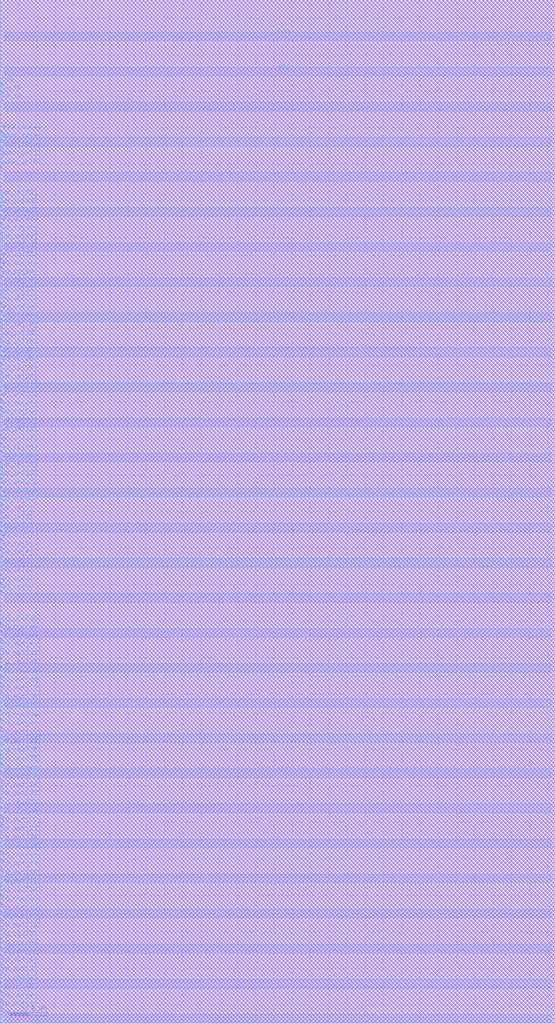
<source format=lef>
# Generated by FakeRAM 2.0
VERSION 5.7 ;
BUSBITCHARS "[]" ;
PROPERTYDEFINITIONS
  MACRO width INTEGER ;
  MACRO depth INTEGER ;
  MACRO banks INTEGER ;
END PROPERTYDEFINITIONS
MACRO fakeram_32x46
  PROPERTY width 46 ;
  PROPERTY depth 32 ;
  PROPERTY banks 1 ;
  FOREIGN fakeram_32x46 0 0 ;
  SYMMETRY X Y R90 ;
  SIZE 6.080 BY 11.200 ;
  CLASS BLOCK ;
  PIN rd_out[0]
    DIRECTION OUTPUT ;
    USE SIGNAL ;
    SHAPE ABUTMENT ;
    PORT
      LAYER M4 ;
      RECT 0.000 0.048 0.024 0.072 ;
    END
  END rd_out[0]
  PIN rd_out[1]
    DIRECTION OUTPUT ;
    USE SIGNAL ;
    SHAPE ABUTMENT ;
    PORT
      LAYER M4 ;
      RECT 0.000 0.144 0.024 0.168 ;
    END
  END rd_out[1]
  PIN rd_out[2]
    DIRECTION OUTPUT ;
    USE SIGNAL ;
    SHAPE ABUTMENT ;
    PORT
      LAYER M4 ;
      RECT 0.000 0.240 0.024 0.264 ;
    END
  END rd_out[2]
  PIN rd_out[3]
    DIRECTION OUTPUT ;
    USE SIGNAL ;
    SHAPE ABUTMENT ;
    PORT
      LAYER M4 ;
      RECT 0.000 0.336 0.024 0.360 ;
    END
  END rd_out[3]
  PIN rd_out[4]
    DIRECTION OUTPUT ;
    USE SIGNAL ;
    SHAPE ABUTMENT ;
    PORT
      LAYER M4 ;
      RECT 0.000 0.432 0.024 0.456 ;
    END
  END rd_out[4]
  PIN rd_out[5]
    DIRECTION OUTPUT ;
    USE SIGNAL ;
    SHAPE ABUTMENT ;
    PORT
      LAYER M4 ;
      RECT 0.000 0.528 0.024 0.552 ;
    END
  END rd_out[5]
  PIN rd_out[6]
    DIRECTION OUTPUT ;
    USE SIGNAL ;
    SHAPE ABUTMENT ;
    PORT
      LAYER M4 ;
      RECT 0.000 0.624 0.024 0.648 ;
    END
  END rd_out[6]
  PIN rd_out[7]
    DIRECTION OUTPUT ;
    USE SIGNAL ;
    SHAPE ABUTMENT ;
    PORT
      LAYER M4 ;
      RECT 0.000 0.720 0.024 0.744 ;
    END
  END rd_out[7]
  PIN rd_out[8]
    DIRECTION OUTPUT ;
    USE SIGNAL ;
    SHAPE ABUTMENT ;
    PORT
      LAYER M4 ;
      RECT 0.000 0.816 0.024 0.840 ;
    END
  END rd_out[8]
  PIN rd_out[9]
    DIRECTION OUTPUT ;
    USE SIGNAL ;
    SHAPE ABUTMENT ;
    PORT
      LAYER M4 ;
      RECT 0.000 0.912 0.024 0.936 ;
    END
  END rd_out[9]
  PIN rd_out[10]
    DIRECTION OUTPUT ;
    USE SIGNAL ;
    SHAPE ABUTMENT ;
    PORT
      LAYER M4 ;
      RECT 0.000 1.008 0.024 1.032 ;
    END
  END rd_out[10]
  PIN rd_out[11]
    DIRECTION OUTPUT ;
    USE SIGNAL ;
    SHAPE ABUTMENT ;
    PORT
      LAYER M4 ;
      RECT 0.000 1.104 0.024 1.128 ;
    END
  END rd_out[11]
  PIN rd_out[12]
    DIRECTION OUTPUT ;
    USE SIGNAL ;
    SHAPE ABUTMENT ;
    PORT
      LAYER M4 ;
      RECT 0.000 1.200 0.024 1.224 ;
    END
  END rd_out[12]
  PIN rd_out[13]
    DIRECTION OUTPUT ;
    USE SIGNAL ;
    SHAPE ABUTMENT ;
    PORT
      LAYER M4 ;
      RECT 0.000 1.296 0.024 1.320 ;
    END
  END rd_out[13]
  PIN rd_out[14]
    DIRECTION OUTPUT ;
    USE SIGNAL ;
    SHAPE ABUTMENT ;
    PORT
      LAYER M4 ;
      RECT 0.000 1.392 0.024 1.416 ;
    END
  END rd_out[14]
  PIN rd_out[15]
    DIRECTION OUTPUT ;
    USE SIGNAL ;
    SHAPE ABUTMENT ;
    PORT
      LAYER M4 ;
      RECT 0.000 1.488 0.024 1.512 ;
    END
  END rd_out[15]
  PIN rd_out[16]
    DIRECTION OUTPUT ;
    USE SIGNAL ;
    SHAPE ABUTMENT ;
    PORT
      LAYER M4 ;
      RECT 0.000 1.584 0.024 1.608 ;
    END
  END rd_out[16]
  PIN rd_out[17]
    DIRECTION OUTPUT ;
    USE SIGNAL ;
    SHAPE ABUTMENT ;
    PORT
      LAYER M4 ;
      RECT 0.000 1.680 0.024 1.704 ;
    END
  END rd_out[17]
  PIN rd_out[18]
    DIRECTION OUTPUT ;
    USE SIGNAL ;
    SHAPE ABUTMENT ;
    PORT
      LAYER M4 ;
      RECT 0.000 1.776 0.024 1.800 ;
    END
  END rd_out[18]
  PIN rd_out[19]
    DIRECTION OUTPUT ;
    USE SIGNAL ;
    SHAPE ABUTMENT ;
    PORT
      LAYER M4 ;
      RECT 0.000 1.872 0.024 1.896 ;
    END
  END rd_out[19]
  PIN rd_out[20]
    DIRECTION OUTPUT ;
    USE SIGNAL ;
    SHAPE ABUTMENT ;
    PORT
      LAYER M4 ;
      RECT 0.000 1.968 0.024 1.992 ;
    END
  END rd_out[20]
  PIN rd_out[21]
    DIRECTION OUTPUT ;
    USE SIGNAL ;
    SHAPE ABUTMENT ;
    PORT
      LAYER M4 ;
      RECT 0.000 2.064 0.024 2.088 ;
    END
  END rd_out[21]
  PIN rd_out[22]
    DIRECTION OUTPUT ;
    USE SIGNAL ;
    SHAPE ABUTMENT ;
    PORT
      LAYER M4 ;
      RECT 0.000 2.160 0.024 2.184 ;
    END
  END rd_out[22]
  PIN rd_out[23]
    DIRECTION OUTPUT ;
    USE SIGNAL ;
    SHAPE ABUTMENT ;
    PORT
      LAYER M4 ;
      RECT 0.000 2.256 0.024 2.280 ;
    END
  END rd_out[23]
  PIN rd_out[24]
    DIRECTION OUTPUT ;
    USE SIGNAL ;
    SHAPE ABUTMENT ;
    PORT
      LAYER M4 ;
      RECT 0.000 2.352 0.024 2.376 ;
    END
  END rd_out[24]
  PIN rd_out[25]
    DIRECTION OUTPUT ;
    USE SIGNAL ;
    SHAPE ABUTMENT ;
    PORT
      LAYER M4 ;
      RECT 0.000 2.448 0.024 2.472 ;
    END
  END rd_out[25]
  PIN rd_out[26]
    DIRECTION OUTPUT ;
    USE SIGNAL ;
    SHAPE ABUTMENT ;
    PORT
      LAYER M4 ;
      RECT 0.000 2.544 0.024 2.568 ;
    END
  END rd_out[26]
  PIN rd_out[27]
    DIRECTION OUTPUT ;
    USE SIGNAL ;
    SHAPE ABUTMENT ;
    PORT
      LAYER M4 ;
      RECT 0.000 2.640 0.024 2.664 ;
    END
  END rd_out[27]
  PIN rd_out[28]
    DIRECTION OUTPUT ;
    USE SIGNAL ;
    SHAPE ABUTMENT ;
    PORT
      LAYER M4 ;
      RECT 0.000 2.736 0.024 2.760 ;
    END
  END rd_out[28]
  PIN rd_out[29]
    DIRECTION OUTPUT ;
    USE SIGNAL ;
    SHAPE ABUTMENT ;
    PORT
      LAYER M4 ;
      RECT 0.000 2.832 0.024 2.856 ;
    END
  END rd_out[29]
  PIN rd_out[30]
    DIRECTION OUTPUT ;
    USE SIGNAL ;
    SHAPE ABUTMENT ;
    PORT
      LAYER M4 ;
      RECT 0.000 2.928 0.024 2.952 ;
    END
  END rd_out[30]
  PIN rd_out[31]
    DIRECTION OUTPUT ;
    USE SIGNAL ;
    SHAPE ABUTMENT ;
    PORT
      LAYER M4 ;
      RECT 0.000 3.024 0.024 3.048 ;
    END
  END rd_out[31]
  PIN rd_out[32]
    DIRECTION OUTPUT ;
    USE SIGNAL ;
    SHAPE ABUTMENT ;
    PORT
      LAYER M4 ;
      RECT 0.000 3.120 0.024 3.144 ;
    END
  END rd_out[32]
  PIN rd_out[33]
    DIRECTION OUTPUT ;
    USE SIGNAL ;
    SHAPE ABUTMENT ;
    PORT
      LAYER M4 ;
      RECT 0.000 3.216 0.024 3.240 ;
    END
  END rd_out[33]
  PIN rd_out[34]
    DIRECTION OUTPUT ;
    USE SIGNAL ;
    SHAPE ABUTMENT ;
    PORT
      LAYER M4 ;
      RECT 0.000 3.312 0.024 3.336 ;
    END
  END rd_out[34]
  PIN rd_out[35]
    DIRECTION OUTPUT ;
    USE SIGNAL ;
    SHAPE ABUTMENT ;
    PORT
      LAYER M4 ;
      RECT 0.000 3.408 0.024 3.432 ;
    END
  END rd_out[35]
  PIN rd_out[36]
    DIRECTION OUTPUT ;
    USE SIGNAL ;
    SHAPE ABUTMENT ;
    PORT
      LAYER M4 ;
      RECT 0.000 3.504 0.024 3.528 ;
    END
  END rd_out[36]
  PIN rd_out[37]
    DIRECTION OUTPUT ;
    USE SIGNAL ;
    SHAPE ABUTMENT ;
    PORT
      LAYER M4 ;
      RECT 0.000 3.600 0.024 3.624 ;
    END
  END rd_out[37]
  PIN rd_out[38]
    DIRECTION OUTPUT ;
    USE SIGNAL ;
    SHAPE ABUTMENT ;
    PORT
      LAYER M4 ;
      RECT 0.000 3.696 0.024 3.720 ;
    END
  END rd_out[38]
  PIN rd_out[39]
    DIRECTION OUTPUT ;
    USE SIGNAL ;
    SHAPE ABUTMENT ;
    PORT
      LAYER M4 ;
      RECT 0.000 3.792 0.024 3.816 ;
    END
  END rd_out[39]
  PIN rd_out[40]
    DIRECTION OUTPUT ;
    USE SIGNAL ;
    SHAPE ABUTMENT ;
    PORT
      LAYER M4 ;
      RECT 0.000 3.888 0.024 3.912 ;
    END
  END rd_out[40]
  PIN rd_out[41]
    DIRECTION OUTPUT ;
    USE SIGNAL ;
    SHAPE ABUTMENT ;
    PORT
      LAYER M4 ;
      RECT 0.000 3.984 0.024 4.008 ;
    END
  END rd_out[41]
  PIN rd_out[42]
    DIRECTION OUTPUT ;
    USE SIGNAL ;
    SHAPE ABUTMENT ;
    PORT
      LAYER M4 ;
      RECT 0.000 4.080 0.024 4.104 ;
    END
  END rd_out[42]
  PIN rd_out[43]
    DIRECTION OUTPUT ;
    USE SIGNAL ;
    SHAPE ABUTMENT ;
    PORT
      LAYER M4 ;
      RECT 0.000 4.176 0.024 4.200 ;
    END
  END rd_out[43]
  PIN rd_out[44]
    DIRECTION OUTPUT ;
    USE SIGNAL ;
    SHAPE ABUTMENT ;
    PORT
      LAYER M4 ;
      RECT 0.000 4.272 0.024 4.296 ;
    END
  END rd_out[44]
  PIN rd_out[45]
    DIRECTION OUTPUT ;
    USE SIGNAL ;
    SHAPE ABUTMENT ;
    PORT
      LAYER M4 ;
      RECT 0.000 4.368 0.024 4.392 ;
    END
  END rd_out[45]
  PIN wd_in[0]
    DIRECTION INPUT ;
    USE SIGNAL ;
    SHAPE ABUTMENT ;
    PORT
      LAYER M4 ;
      RECT 0.000 4.704 0.024 4.728 ;
    END
  END wd_in[0]
  PIN wd_in[1]
    DIRECTION INPUT ;
    USE SIGNAL ;
    SHAPE ABUTMENT ;
    PORT
      LAYER M4 ;
      RECT 0.000 4.800 0.024 4.824 ;
    END
  END wd_in[1]
  PIN wd_in[2]
    DIRECTION INPUT ;
    USE SIGNAL ;
    SHAPE ABUTMENT ;
    PORT
      LAYER M4 ;
      RECT 0.000 4.896 0.024 4.920 ;
    END
  END wd_in[2]
  PIN wd_in[3]
    DIRECTION INPUT ;
    USE SIGNAL ;
    SHAPE ABUTMENT ;
    PORT
      LAYER M4 ;
      RECT 0.000 4.992 0.024 5.016 ;
    END
  END wd_in[3]
  PIN wd_in[4]
    DIRECTION INPUT ;
    USE SIGNAL ;
    SHAPE ABUTMENT ;
    PORT
      LAYER M4 ;
      RECT 0.000 5.088 0.024 5.112 ;
    END
  END wd_in[4]
  PIN wd_in[5]
    DIRECTION INPUT ;
    USE SIGNAL ;
    SHAPE ABUTMENT ;
    PORT
      LAYER M4 ;
      RECT 0.000 5.184 0.024 5.208 ;
    END
  END wd_in[5]
  PIN wd_in[6]
    DIRECTION INPUT ;
    USE SIGNAL ;
    SHAPE ABUTMENT ;
    PORT
      LAYER M4 ;
      RECT 0.000 5.280 0.024 5.304 ;
    END
  END wd_in[6]
  PIN wd_in[7]
    DIRECTION INPUT ;
    USE SIGNAL ;
    SHAPE ABUTMENT ;
    PORT
      LAYER M4 ;
      RECT 0.000 5.376 0.024 5.400 ;
    END
  END wd_in[7]
  PIN wd_in[8]
    DIRECTION INPUT ;
    USE SIGNAL ;
    SHAPE ABUTMENT ;
    PORT
      LAYER M4 ;
      RECT 0.000 5.472 0.024 5.496 ;
    END
  END wd_in[8]
  PIN wd_in[9]
    DIRECTION INPUT ;
    USE SIGNAL ;
    SHAPE ABUTMENT ;
    PORT
      LAYER M4 ;
      RECT 0.000 5.568 0.024 5.592 ;
    END
  END wd_in[9]
  PIN wd_in[10]
    DIRECTION INPUT ;
    USE SIGNAL ;
    SHAPE ABUTMENT ;
    PORT
      LAYER M4 ;
      RECT 0.000 5.664 0.024 5.688 ;
    END
  END wd_in[10]
  PIN wd_in[11]
    DIRECTION INPUT ;
    USE SIGNAL ;
    SHAPE ABUTMENT ;
    PORT
      LAYER M4 ;
      RECT 0.000 5.760 0.024 5.784 ;
    END
  END wd_in[11]
  PIN wd_in[12]
    DIRECTION INPUT ;
    USE SIGNAL ;
    SHAPE ABUTMENT ;
    PORT
      LAYER M4 ;
      RECT 0.000 5.856 0.024 5.880 ;
    END
  END wd_in[12]
  PIN wd_in[13]
    DIRECTION INPUT ;
    USE SIGNAL ;
    SHAPE ABUTMENT ;
    PORT
      LAYER M4 ;
      RECT 0.000 5.952 0.024 5.976 ;
    END
  END wd_in[13]
  PIN wd_in[14]
    DIRECTION INPUT ;
    USE SIGNAL ;
    SHAPE ABUTMENT ;
    PORT
      LAYER M4 ;
      RECT 0.000 6.048 0.024 6.072 ;
    END
  END wd_in[14]
  PIN wd_in[15]
    DIRECTION INPUT ;
    USE SIGNAL ;
    SHAPE ABUTMENT ;
    PORT
      LAYER M4 ;
      RECT 0.000 6.144 0.024 6.168 ;
    END
  END wd_in[15]
  PIN wd_in[16]
    DIRECTION INPUT ;
    USE SIGNAL ;
    SHAPE ABUTMENT ;
    PORT
      LAYER M4 ;
      RECT 0.000 6.240 0.024 6.264 ;
    END
  END wd_in[16]
  PIN wd_in[17]
    DIRECTION INPUT ;
    USE SIGNAL ;
    SHAPE ABUTMENT ;
    PORT
      LAYER M4 ;
      RECT 0.000 6.336 0.024 6.360 ;
    END
  END wd_in[17]
  PIN wd_in[18]
    DIRECTION INPUT ;
    USE SIGNAL ;
    SHAPE ABUTMENT ;
    PORT
      LAYER M4 ;
      RECT 0.000 6.432 0.024 6.456 ;
    END
  END wd_in[18]
  PIN wd_in[19]
    DIRECTION INPUT ;
    USE SIGNAL ;
    SHAPE ABUTMENT ;
    PORT
      LAYER M4 ;
      RECT 0.000 6.528 0.024 6.552 ;
    END
  END wd_in[19]
  PIN wd_in[20]
    DIRECTION INPUT ;
    USE SIGNAL ;
    SHAPE ABUTMENT ;
    PORT
      LAYER M4 ;
      RECT 0.000 6.624 0.024 6.648 ;
    END
  END wd_in[20]
  PIN wd_in[21]
    DIRECTION INPUT ;
    USE SIGNAL ;
    SHAPE ABUTMENT ;
    PORT
      LAYER M4 ;
      RECT 0.000 6.720 0.024 6.744 ;
    END
  END wd_in[21]
  PIN wd_in[22]
    DIRECTION INPUT ;
    USE SIGNAL ;
    SHAPE ABUTMENT ;
    PORT
      LAYER M4 ;
      RECT 0.000 6.816 0.024 6.840 ;
    END
  END wd_in[22]
  PIN wd_in[23]
    DIRECTION INPUT ;
    USE SIGNAL ;
    SHAPE ABUTMENT ;
    PORT
      LAYER M4 ;
      RECT 0.000 6.912 0.024 6.936 ;
    END
  END wd_in[23]
  PIN wd_in[24]
    DIRECTION INPUT ;
    USE SIGNAL ;
    SHAPE ABUTMENT ;
    PORT
      LAYER M4 ;
      RECT 0.000 7.008 0.024 7.032 ;
    END
  END wd_in[24]
  PIN wd_in[25]
    DIRECTION INPUT ;
    USE SIGNAL ;
    SHAPE ABUTMENT ;
    PORT
      LAYER M4 ;
      RECT 0.000 7.104 0.024 7.128 ;
    END
  END wd_in[25]
  PIN wd_in[26]
    DIRECTION INPUT ;
    USE SIGNAL ;
    SHAPE ABUTMENT ;
    PORT
      LAYER M4 ;
      RECT 0.000 7.200 0.024 7.224 ;
    END
  END wd_in[26]
  PIN wd_in[27]
    DIRECTION INPUT ;
    USE SIGNAL ;
    SHAPE ABUTMENT ;
    PORT
      LAYER M4 ;
      RECT 0.000 7.296 0.024 7.320 ;
    END
  END wd_in[27]
  PIN wd_in[28]
    DIRECTION INPUT ;
    USE SIGNAL ;
    SHAPE ABUTMENT ;
    PORT
      LAYER M4 ;
      RECT 0.000 7.392 0.024 7.416 ;
    END
  END wd_in[28]
  PIN wd_in[29]
    DIRECTION INPUT ;
    USE SIGNAL ;
    SHAPE ABUTMENT ;
    PORT
      LAYER M4 ;
      RECT 0.000 7.488 0.024 7.512 ;
    END
  END wd_in[29]
  PIN wd_in[30]
    DIRECTION INPUT ;
    USE SIGNAL ;
    SHAPE ABUTMENT ;
    PORT
      LAYER M4 ;
      RECT 0.000 7.584 0.024 7.608 ;
    END
  END wd_in[30]
  PIN wd_in[31]
    DIRECTION INPUT ;
    USE SIGNAL ;
    SHAPE ABUTMENT ;
    PORT
      LAYER M4 ;
      RECT 0.000 7.680 0.024 7.704 ;
    END
  END wd_in[31]
  PIN wd_in[32]
    DIRECTION INPUT ;
    USE SIGNAL ;
    SHAPE ABUTMENT ;
    PORT
      LAYER M4 ;
      RECT 0.000 7.776 0.024 7.800 ;
    END
  END wd_in[32]
  PIN wd_in[33]
    DIRECTION INPUT ;
    USE SIGNAL ;
    SHAPE ABUTMENT ;
    PORT
      LAYER M4 ;
      RECT 0.000 7.872 0.024 7.896 ;
    END
  END wd_in[33]
  PIN wd_in[34]
    DIRECTION INPUT ;
    USE SIGNAL ;
    SHAPE ABUTMENT ;
    PORT
      LAYER M4 ;
      RECT 0.000 7.968 0.024 7.992 ;
    END
  END wd_in[34]
  PIN wd_in[35]
    DIRECTION INPUT ;
    USE SIGNAL ;
    SHAPE ABUTMENT ;
    PORT
      LAYER M4 ;
      RECT 0.000 8.064 0.024 8.088 ;
    END
  END wd_in[35]
  PIN wd_in[36]
    DIRECTION INPUT ;
    USE SIGNAL ;
    SHAPE ABUTMENT ;
    PORT
      LAYER M4 ;
      RECT 0.000 8.160 0.024 8.184 ;
    END
  END wd_in[36]
  PIN wd_in[37]
    DIRECTION INPUT ;
    USE SIGNAL ;
    SHAPE ABUTMENT ;
    PORT
      LAYER M4 ;
      RECT 0.000 8.256 0.024 8.280 ;
    END
  END wd_in[37]
  PIN wd_in[38]
    DIRECTION INPUT ;
    USE SIGNAL ;
    SHAPE ABUTMENT ;
    PORT
      LAYER M4 ;
      RECT 0.000 8.352 0.024 8.376 ;
    END
  END wd_in[38]
  PIN wd_in[39]
    DIRECTION INPUT ;
    USE SIGNAL ;
    SHAPE ABUTMENT ;
    PORT
      LAYER M4 ;
      RECT 0.000 8.448 0.024 8.472 ;
    END
  END wd_in[39]
  PIN wd_in[40]
    DIRECTION INPUT ;
    USE SIGNAL ;
    SHAPE ABUTMENT ;
    PORT
      LAYER M4 ;
      RECT 0.000 8.544 0.024 8.568 ;
    END
  END wd_in[40]
  PIN wd_in[41]
    DIRECTION INPUT ;
    USE SIGNAL ;
    SHAPE ABUTMENT ;
    PORT
      LAYER M4 ;
      RECT 0.000 8.640 0.024 8.664 ;
    END
  END wd_in[41]
  PIN wd_in[42]
    DIRECTION INPUT ;
    USE SIGNAL ;
    SHAPE ABUTMENT ;
    PORT
      LAYER M4 ;
      RECT 0.000 8.736 0.024 8.760 ;
    END
  END wd_in[42]
  PIN wd_in[43]
    DIRECTION INPUT ;
    USE SIGNAL ;
    SHAPE ABUTMENT ;
    PORT
      LAYER M4 ;
      RECT 0.000 8.832 0.024 8.856 ;
    END
  END wd_in[43]
  PIN wd_in[44]
    DIRECTION INPUT ;
    USE SIGNAL ;
    SHAPE ABUTMENT ;
    PORT
      LAYER M4 ;
      RECT 0.000 8.928 0.024 8.952 ;
    END
  END wd_in[44]
  PIN wd_in[45]
    DIRECTION INPUT ;
    USE SIGNAL ;
    SHAPE ABUTMENT ;
    PORT
      LAYER M4 ;
      RECT 0.000 9.024 0.024 9.048 ;
    END
  END wd_in[45]
  PIN addr_in[0]
    DIRECTION INPUT ;
    USE SIGNAL ;
    SHAPE ABUTMENT ;
    PORT
      LAYER M4 ;
      RECT 0.000 9.360 0.024 9.384 ;
    END
  END addr_in[0]
  PIN addr_in[1]
    DIRECTION INPUT ;
    USE SIGNAL ;
    SHAPE ABUTMENT ;
    PORT
      LAYER M4 ;
      RECT 0.000 9.456 0.024 9.480 ;
    END
  END addr_in[1]
  PIN addr_in[2]
    DIRECTION INPUT ;
    USE SIGNAL ;
    SHAPE ABUTMENT ;
    PORT
      LAYER M4 ;
      RECT 0.000 9.552 0.024 9.576 ;
    END
  END addr_in[2]
  PIN addr_in[3]
    DIRECTION INPUT ;
    USE SIGNAL ;
    SHAPE ABUTMENT ;
    PORT
      LAYER M4 ;
      RECT 0.000 9.648 0.024 9.672 ;
    END
  END addr_in[3]
  PIN addr_in[4]
    DIRECTION INPUT ;
    USE SIGNAL ;
    SHAPE ABUTMENT ;
    PORT
      LAYER M4 ;
      RECT 0.000 9.744 0.024 9.768 ;
    END
  END addr_in[4]
  PIN we_in
    DIRECTION INPUT ;
    USE SIGNAL ;
    SHAPE ABUTMENT ;
    PORT
      LAYER M4 ;
      RECT 0.000 10.080 0.024 10.104 ;
    END
  END we_in
  PIN ce_in
    DIRECTION INPUT ;
    USE SIGNAL ;
    SHAPE ABUTMENT ;
    PORT
      LAYER M4 ;
      RECT 0.000 10.176 0.024 10.200 ;
    END
  END ce_in
  PIN clk
    DIRECTION INPUT ;
    USE SIGNAL ;
    SHAPE ABUTMENT ;
    PORT
      LAYER M4 ;
      RECT 0.000 10.272 0.024 10.296 ;
    END
  END clk
  PIN VSS
    DIRECTION INOUT ;
    USE GROUND ;
    PORT
      LAYER M4 ;
      RECT 0.048 0.000 6.032 0.096 ;
      RECT 0.048 0.768 6.032 0.864 ;
      RECT 0.048 1.536 6.032 1.632 ;
      RECT 0.048 2.304 6.032 2.400 ;
      RECT 0.048 3.072 6.032 3.168 ;
      RECT 0.048 3.840 6.032 3.936 ;
      RECT 0.048 4.608 6.032 4.704 ;
      RECT 0.048 5.376 6.032 5.472 ;
      RECT 0.048 6.144 6.032 6.240 ;
      RECT 0.048 6.912 6.032 7.008 ;
      RECT 0.048 7.680 6.032 7.776 ;
      RECT 0.048 8.448 6.032 8.544 ;
      RECT 0.048 9.216 6.032 9.312 ;
      RECT 0.048 9.984 6.032 10.080 ;
      RECT 0.048 10.752 6.032 10.848 ;
    END
  END VSS
  PIN VDD
    DIRECTION INOUT ;
    USE POWER ;
    PORT
      LAYER M4 ;
      RECT 0.048 0.384 6.032 0.480 ;
      RECT 0.048 1.152 6.032 1.248 ;
      RECT 0.048 1.920 6.032 2.016 ;
      RECT 0.048 2.688 6.032 2.784 ;
      RECT 0.048 3.456 6.032 3.552 ;
      RECT 0.048 4.224 6.032 4.320 ;
      RECT 0.048 4.992 6.032 5.088 ;
      RECT 0.048 5.760 6.032 5.856 ;
      RECT 0.048 6.528 6.032 6.624 ;
      RECT 0.048 7.296 6.032 7.392 ;
      RECT 0.048 8.064 6.032 8.160 ;
      RECT 0.048 8.832 6.032 8.928 ;
      RECT 0.048 9.600 6.032 9.696 ;
      RECT 0.048 10.368 6.032 10.464 ;
    END
  END VDD
  OBS
    LAYER M1 ;
    RECT 0 0 6.080 11.200 ;
    LAYER M2 ;
    RECT 0 0 6.080 11.200 ;
    LAYER M3 ;
    RECT 0 0 6.080 11.200 ;
    LAYER M4 ;
    RECT 0 0 6.080 11.200 ;
  END
END fakeram_32x46

END LIBRARY

</source>
